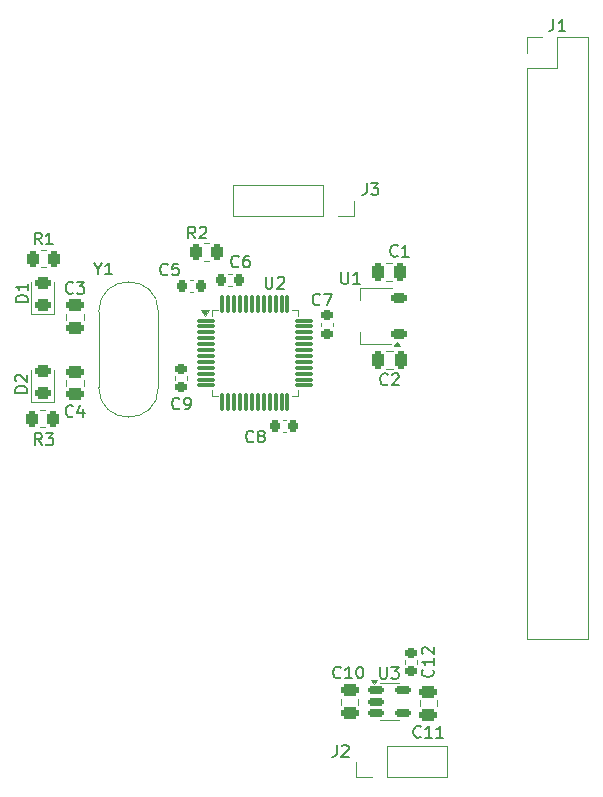
<source format=gto>
%TF.GenerationSoftware,KiCad,Pcbnew,8.0.5*%
%TF.CreationDate,2025-03-12T16:07:22-07:00*%
%TF.ProjectId,Mechatronics LED,4d656368-6174-4726-9f6e-696373204c45,rev?*%
%TF.SameCoordinates,Original*%
%TF.FileFunction,Legend,Top*%
%TF.FilePolarity,Positive*%
%FSLAX46Y46*%
G04 Gerber Fmt 4.6, Leading zero omitted, Abs format (unit mm)*
G04 Created by KiCad (PCBNEW 8.0.5) date 2025-03-12 16:07:22*
%MOMM*%
%LPD*%
G01*
G04 APERTURE LIST*
G04 Aperture macros list*
%AMRoundRect*
0 Rectangle with rounded corners*
0 $1 Rounding radius*
0 $2 $3 $4 $5 $6 $7 $8 $9 X,Y pos of 4 corners*
0 Add a 4 corners polygon primitive as box body*
4,1,4,$2,$3,$4,$5,$6,$7,$8,$9,$2,$3,0*
0 Add four circle primitives for the rounded corners*
1,1,$1+$1,$2,$3*
1,1,$1+$1,$4,$5*
1,1,$1+$1,$6,$7*
1,1,$1+$1,$8,$9*
0 Add four rect primitives between the rounded corners*
20,1,$1+$1,$2,$3,$4,$5,0*
20,1,$1+$1,$4,$5,$6,$7,0*
20,1,$1+$1,$6,$7,$8,$9,0*
20,1,$1+$1,$8,$9,$2,$3,0*%
%AMFreePoly0*
4,1,9,3.862500,-0.866500,0.737500,-0.866500,0.737500,-0.450000,-0.737500,-0.450000,-0.737500,0.450000,0.737500,0.450000,0.737500,0.866500,3.862500,0.866500,3.862500,-0.866500,3.862500,-0.866500,$1*%
G04 Aperture macros list end*
%ADD10C,0.150000*%
%ADD11C,0.120000*%
%ADD12C,9.000000*%
%ADD13RoundRect,0.250000X0.475000X-0.250000X0.475000X0.250000X-0.475000X0.250000X-0.475000X-0.250000X0*%
%ADD14RoundRect,0.250000X-0.475000X0.250000X-0.475000X-0.250000X0.475000X-0.250000X0.475000X0.250000X0*%
%ADD15RoundRect,0.225000X0.425000X0.225000X-0.425000X0.225000X-0.425000X-0.225000X0.425000X-0.225000X0*%
%ADD16FreePoly0,180.000000*%
%ADD17RoundRect,0.225000X-0.250000X0.225000X-0.250000X-0.225000X0.250000X-0.225000X0.250000X0.225000X0*%
%ADD18R,1.700000X1.700000*%
%ADD19O,1.700000X1.700000*%
%ADD20RoundRect,0.150000X-0.512500X-0.150000X0.512500X-0.150000X0.512500X0.150000X-0.512500X0.150000X0*%
%ADD21RoundRect,0.225000X0.225000X0.250000X-0.225000X0.250000X-0.225000X-0.250000X0.225000X-0.250000X0*%
%ADD22C,1.500000*%
%ADD23RoundRect,0.225000X-0.225000X-0.250000X0.225000X-0.250000X0.225000X0.250000X-0.225000X0.250000X0*%
%ADD24RoundRect,0.250000X-0.262500X-0.450000X0.262500X-0.450000X0.262500X0.450000X-0.262500X0.450000X0*%
%ADD25RoundRect,0.075000X-0.662500X-0.075000X0.662500X-0.075000X0.662500X0.075000X-0.662500X0.075000X0*%
%ADD26RoundRect,0.075000X-0.075000X-0.662500X0.075000X-0.662500X0.075000X0.662500X-0.075000X0.662500X0*%
%ADD27RoundRect,0.250000X0.262500X0.450000X-0.262500X0.450000X-0.262500X-0.450000X0.262500X-0.450000X0*%
%ADD28RoundRect,0.250000X0.250000X0.475000X-0.250000X0.475000X-0.250000X-0.475000X0.250000X-0.475000X0*%
%ADD29RoundRect,0.225000X0.250000X-0.225000X0.250000X0.225000X-0.250000X0.225000X-0.250000X-0.225000X0*%
%ADD30RoundRect,0.243750X0.456250X-0.243750X0.456250X0.243750X-0.456250X0.243750X-0.456250X-0.243750X0*%
G04 APERTURE END LIST*
D10*
X145208333Y-86384580D02*
X145160714Y-86432200D01*
X145160714Y-86432200D02*
X145017857Y-86479819D01*
X145017857Y-86479819D02*
X144922619Y-86479819D01*
X144922619Y-86479819D02*
X144779762Y-86432200D01*
X144779762Y-86432200D02*
X144684524Y-86336961D01*
X144684524Y-86336961D02*
X144636905Y-86241723D01*
X144636905Y-86241723D02*
X144589286Y-86051247D01*
X144589286Y-86051247D02*
X144589286Y-85908390D01*
X144589286Y-85908390D02*
X144636905Y-85717914D01*
X144636905Y-85717914D02*
X144684524Y-85622676D01*
X144684524Y-85622676D02*
X144779762Y-85527438D01*
X144779762Y-85527438D02*
X144922619Y-85479819D01*
X144922619Y-85479819D02*
X145017857Y-85479819D01*
X145017857Y-85479819D02*
X145160714Y-85527438D01*
X145160714Y-85527438D02*
X145208333Y-85575057D01*
X145541667Y-85479819D02*
X146160714Y-85479819D01*
X146160714Y-85479819D02*
X145827381Y-85860771D01*
X145827381Y-85860771D02*
X145970238Y-85860771D01*
X145970238Y-85860771D02*
X146065476Y-85908390D01*
X146065476Y-85908390D02*
X146113095Y-85956009D01*
X146113095Y-85956009D02*
X146160714Y-86051247D01*
X146160714Y-86051247D02*
X146160714Y-86289342D01*
X146160714Y-86289342D02*
X146113095Y-86384580D01*
X146113095Y-86384580D02*
X146065476Y-86432200D01*
X146065476Y-86432200D02*
X145970238Y-86479819D01*
X145970238Y-86479819D02*
X145684524Y-86479819D01*
X145684524Y-86479819D02*
X145589286Y-86432200D01*
X145589286Y-86432200D02*
X145541667Y-86384580D01*
X145208333Y-96844580D02*
X145160714Y-96892200D01*
X145160714Y-96892200D02*
X145017857Y-96939819D01*
X145017857Y-96939819D02*
X144922619Y-96939819D01*
X144922619Y-96939819D02*
X144779762Y-96892200D01*
X144779762Y-96892200D02*
X144684524Y-96796961D01*
X144684524Y-96796961D02*
X144636905Y-96701723D01*
X144636905Y-96701723D02*
X144589286Y-96511247D01*
X144589286Y-96511247D02*
X144589286Y-96368390D01*
X144589286Y-96368390D02*
X144636905Y-96177914D01*
X144636905Y-96177914D02*
X144684524Y-96082676D01*
X144684524Y-96082676D02*
X144779762Y-95987438D01*
X144779762Y-95987438D02*
X144922619Y-95939819D01*
X144922619Y-95939819D02*
X145017857Y-95939819D01*
X145017857Y-95939819D02*
X145160714Y-95987438D01*
X145160714Y-95987438D02*
X145208333Y-96035057D01*
X146065476Y-96273152D02*
X146065476Y-96939819D01*
X145827381Y-95892200D02*
X145589286Y-96606485D01*
X145589286Y-96606485D02*
X146208333Y-96606485D01*
X167938095Y-84654819D02*
X167938095Y-85464342D01*
X167938095Y-85464342D02*
X167985714Y-85559580D01*
X167985714Y-85559580D02*
X168033333Y-85607200D01*
X168033333Y-85607200D02*
X168128571Y-85654819D01*
X168128571Y-85654819D02*
X168319047Y-85654819D01*
X168319047Y-85654819D02*
X168414285Y-85607200D01*
X168414285Y-85607200D02*
X168461904Y-85559580D01*
X168461904Y-85559580D02*
X168509523Y-85464342D01*
X168509523Y-85464342D02*
X168509523Y-84654819D01*
X169509523Y-85654819D02*
X168938095Y-85654819D01*
X169223809Y-85654819D02*
X169223809Y-84654819D01*
X169223809Y-84654819D02*
X169128571Y-84797676D01*
X169128571Y-84797676D02*
X169033333Y-84892914D01*
X169033333Y-84892914D02*
X168938095Y-84940533D01*
X175664580Y-118317857D02*
X175712200Y-118365476D01*
X175712200Y-118365476D02*
X175759819Y-118508333D01*
X175759819Y-118508333D02*
X175759819Y-118603571D01*
X175759819Y-118603571D02*
X175712200Y-118746428D01*
X175712200Y-118746428D02*
X175616961Y-118841666D01*
X175616961Y-118841666D02*
X175521723Y-118889285D01*
X175521723Y-118889285D02*
X175331247Y-118936904D01*
X175331247Y-118936904D02*
X175188390Y-118936904D01*
X175188390Y-118936904D02*
X174997914Y-118889285D01*
X174997914Y-118889285D02*
X174902676Y-118841666D01*
X174902676Y-118841666D02*
X174807438Y-118746428D01*
X174807438Y-118746428D02*
X174759819Y-118603571D01*
X174759819Y-118603571D02*
X174759819Y-118508333D01*
X174759819Y-118508333D02*
X174807438Y-118365476D01*
X174807438Y-118365476D02*
X174855057Y-118317857D01*
X175759819Y-117365476D02*
X175759819Y-117936904D01*
X175759819Y-117651190D02*
X174759819Y-117651190D01*
X174759819Y-117651190D02*
X174902676Y-117746428D01*
X174902676Y-117746428D02*
X174997914Y-117841666D01*
X174997914Y-117841666D02*
X175045533Y-117936904D01*
X174855057Y-116984523D02*
X174807438Y-116936904D01*
X174807438Y-116936904D02*
X174759819Y-116841666D01*
X174759819Y-116841666D02*
X174759819Y-116603571D01*
X174759819Y-116603571D02*
X174807438Y-116508333D01*
X174807438Y-116508333D02*
X174855057Y-116460714D01*
X174855057Y-116460714D02*
X174950295Y-116413095D01*
X174950295Y-116413095D02*
X175045533Y-116413095D01*
X175045533Y-116413095D02*
X175188390Y-116460714D01*
X175188390Y-116460714D02*
X175759819Y-117032142D01*
X175759819Y-117032142D02*
X175759819Y-116413095D01*
X185896666Y-63244819D02*
X185896666Y-63959104D01*
X185896666Y-63959104D02*
X185849047Y-64101961D01*
X185849047Y-64101961D02*
X185753809Y-64197200D01*
X185753809Y-64197200D02*
X185610952Y-64244819D01*
X185610952Y-64244819D02*
X185515714Y-64244819D01*
X186896666Y-64244819D02*
X186325238Y-64244819D01*
X186610952Y-64244819D02*
X186610952Y-63244819D01*
X186610952Y-63244819D02*
X186515714Y-63387676D01*
X186515714Y-63387676D02*
X186420476Y-63482914D01*
X186420476Y-63482914D02*
X186325238Y-63530533D01*
X171225595Y-118079819D02*
X171225595Y-118889342D01*
X171225595Y-118889342D02*
X171273214Y-118984580D01*
X171273214Y-118984580D02*
X171320833Y-119032200D01*
X171320833Y-119032200D02*
X171416071Y-119079819D01*
X171416071Y-119079819D02*
X171606547Y-119079819D01*
X171606547Y-119079819D02*
X171701785Y-119032200D01*
X171701785Y-119032200D02*
X171749404Y-118984580D01*
X171749404Y-118984580D02*
X171797023Y-118889342D01*
X171797023Y-118889342D02*
X171797023Y-118079819D01*
X172177976Y-118079819D02*
X172797023Y-118079819D01*
X172797023Y-118079819D02*
X172463690Y-118460771D01*
X172463690Y-118460771D02*
X172606547Y-118460771D01*
X172606547Y-118460771D02*
X172701785Y-118508390D01*
X172701785Y-118508390D02*
X172749404Y-118556009D01*
X172749404Y-118556009D02*
X172797023Y-118651247D01*
X172797023Y-118651247D02*
X172797023Y-118889342D01*
X172797023Y-118889342D02*
X172749404Y-118984580D01*
X172749404Y-118984580D02*
X172701785Y-119032200D01*
X172701785Y-119032200D02*
X172606547Y-119079819D01*
X172606547Y-119079819D02*
X172320833Y-119079819D01*
X172320833Y-119079819D02*
X172225595Y-119032200D01*
X172225595Y-119032200D02*
X172177976Y-118984580D01*
X160483333Y-98984580D02*
X160435714Y-99032200D01*
X160435714Y-99032200D02*
X160292857Y-99079819D01*
X160292857Y-99079819D02*
X160197619Y-99079819D01*
X160197619Y-99079819D02*
X160054762Y-99032200D01*
X160054762Y-99032200D02*
X159959524Y-98936961D01*
X159959524Y-98936961D02*
X159911905Y-98841723D01*
X159911905Y-98841723D02*
X159864286Y-98651247D01*
X159864286Y-98651247D02*
X159864286Y-98508390D01*
X159864286Y-98508390D02*
X159911905Y-98317914D01*
X159911905Y-98317914D02*
X159959524Y-98222676D01*
X159959524Y-98222676D02*
X160054762Y-98127438D01*
X160054762Y-98127438D02*
X160197619Y-98079819D01*
X160197619Y-98079819D02*
X160292857Y-98079819D01*
X160292857Y-98079819D02*
X160435714Y-98127438D01*
X160435714Y-98127438D02*
X160483333Y-98175057D01*
X161054762Y-98508390D02*
X160959524Y-98460771D01*
X160959524Y-98460771D02*
X160911905Y-98413152D01*
X160911905Y-98413152D02*
X160864286Y-98317914D01*
X160864286Y-98317914D02*
X160864286Y-98270295D01*
X160864286Y-98270295D02*
X160911905Y-98175057D01*
X160911905Y-98175057D02*
X160959524Y-98127438D01*
X160959524Y-98127438D02*
X161054762Y-98079819D01*
X161054762Y-98079819D02*
X161245238Y-98079819D01*
X161245238Y-98079819D02*
X161340476Y-98127438D01*
X161340476Y-98127438D02*
X161388095Y-98175057D01*
X161388095Y-98175057D02*
X161435714Y-98270295D01*
X161435714Y-98270295D02*
X161435714Y-98317914D01*
X161435714Y-98317914D02*
X161388095Y-98413152D01*
X161388095Y-98413152D02*
X161340476Y-98460771D01*
X161340476Y-98460771D02*
X161245238Y-98508390D01*
X161245238Y-98508390D02*
X161054762Y-98508390D01*
X161054762Y-98508390D02*
X160959524Y-98556009D01*
X160959524Y-98556009D02*
X160911905Y-98603628D01*
X160911905Y-98603628D02*
X160864286Y-98698866D01*
X160864286Y-98698866D02*
X160864286Y-98889342D01*
X160864286Y-98889342D02*
X160911905Y-98984580D01*
X160911905Y-98984580D02*
X160959524Y-99032200D01*
X160959524Y-99032200D02*
X161054762Y-99079819D01*
X161054762Y-99079819D02*
X161245238Y-99079819D01*
X161245238Y-99079819D02*
X161340476Y-99032200D01*
X161340476Y-99032200D02*
X161388095Y-98984580D01*
X161388095Y-98984580D02*
X161435714Y-98889342D01*
X161435714Y-98889342D02*
X161435714Y-98698866D01*
X161435714Y-98698866D02*
X161388095Y-98603628D01*
X161388095Y-98603628D02*
X161340476Y-98556009D01*
X161340476Y-98556009D02*
X161245238Y-98508390D01*
X170076666Y-77124819D02*
X170076666Y-77839104D01*
X170076666Y-77839104D02*
X170029047Y-77981961D01*
X170029047Y-77981961D02*
X169933809Y-78077200D01*
X169933809Y-78077200D02*
X169790952Y-78124819D01*
X169790952Y-78124819D02*
X169695714Y-78124819D01*
X170457619Y-77124819D02*
X171076666Y-77124819D01*
X171076666Y-77124819D02*
X170743333Y-77505771D01*
X170743333Y-77505771D02*
X170886190Y-77505771D01*
X170886190Y-77505771D02*
X170981428Y-77553390D01*
X170981428Y-77553390D02*
X171029047Y-77601009D01*
X171029047Y-77601009D02*
X171076666Y-77696247D01*
X171076666Y-77696247D02*
X171076666Y-77934342D01*
X171076666Y-77934342D02*
X171029047Y-78029580D01*
X171029047Y-78029580D02*
X170981428Y-78077200D01*
X170981428Y-78077200D02*
X170886190Y-78124819D01*
X170886190Y-78124819D02*
X170600476Y-78124819D01*
X170600476Y-78124819D02*
X170505238Y-78077200D01*
X170505238Y-78077200D02*
X170457619Y-78029580D01*
X166133333Y-87384580D02*
X166085714Y-87432200D01*
X166085714Y-87432200D02*
X165942857Y-87479819D01*
X165942857Y-87479819D02*
X165847619Y-87479819D01*
X165847619Y-87479819D02*
X165704762Y-87432200D01*
X165704762Y-87432200D02*
X165609524Y-87336961D01*
X165609524Y-87336961D02*
X165561905Y-87241723D01*
X165561905Y-87241723D02*
X165514286Y-87051247D01*
X165514286Y-87051247D02*
X165514286Y-86908390D01*
X165514286Y-86908390D02*
X165561905Y-86717914D01*
X165561905Y-86717914D02*
X165609524Y-86622676D01*
X165609524Y-86622676D02*
X165704762Y-86527438D01*
X165704762Y-86527438D02*
X165847619Y-86479819D01*
X165847619Y-86479819D02*
X165942857Y-86479819D01*
X165942857Y-86479819D02*
X166085714Y-86527438D01*
X166085714Y-86527438D02*
X166133333Y-86575057D01*
X166466667Y-86479819D02*
X167133333Y-86479819D01*
X167133333Y-86479819D02*
X166704762Y-87479819D01*
X147348809Y-84378628D02*
X147348809Y-84854819D01*
X147015476Y-83854819D02*
X147348809Y-84378628D01*
X147348809Y-84378628D02*
X147682142Y-83854819D01*
X148539285Y-84854819D02*
X147967857Y-84854819D01*
X148253571Y-84854819D02*
X148253571Y-83854819D01*
X148253571Y-83854819D02*
X148158333Y-83997676D01*
X148158333Y-83997676D02*
X148063095Y-84092914D01*
X148063095Y-84092914D02*
X147967857Y-84140533D01*
X174657142Y-123984580D02*
X174609523Y-124032200D01*
X174609523Y-124032200D02*
X174466666Y-124079819D01*
X174466666Y-124079819D02*
X174371428Y-124079819D01*
X174371428Y-124079819D02*
X174228571Y-124032200D01*
X174228571Y-124032200D02*
X174133333Y-123936961D01*
X174133333Y-123936961D02*
X174085714Y-123841723D01*
X174085714Y-123841723D02*
X174038095Y-123651247D01*
X174038095Y-123651247D02*
X174038095Y-123508390D01*
X174038095Y-123508390D02*
X174085714Y-123317914D01*
X174085714Y-123317914D02*
X174133333Y-123222676D01*
X174133333Y-123222676D02*
X174228571Y-123127438D01*
X174228571Y-123127438D02*
X174371428Y-123079819D01*
X174371428Y-123079819D02*
X174466666Y-123079819D01*
X174466666Y-123079819D02*
X174609523Y-123127438D01*
X174609523Y-123127438D02*
X174657142Y-123175057D01*
X175609523Y-124079819D02*
X175038095Y-124079819D01*
X175323809Y-124079819D02*
X175323809Y-123079819D01*
X175323809Y-123079819D02*
X175228571Y-123222676D01*
X175228571Y-123222676D02*
X175133333Y-123317914D01*
X175133333Y-123317914D02*
X175038095Y-123365533D01*
X176561904Y-124079819D02*
X175990476Y-124079819D01*
X176276190Y-124079819D02*
X176276190Y-123079819D01*
X176276190Y-123079819D02*
X176180952Y-123222676D01*
X176180952Y-123222676D02*
X176085714Y-123317914D01*
X176085714Y-123317914D02*
X175990476Y-123365533D01*
X167882142Y-118959580D02*
X167834523Y-119007200D01*
X167834523Y-119007200D02*
X167691666Y-119054819D01*
X167691666Y-119054819D02*
X167596428Y-119054819D01*
X167596428Y-119054819D02*
X167453571Y-119007200D01*
X167453571Y-119007200D02*
X167358333Y-118911961D01*
X167358333Y-118911961D02*
X167310714Y-118816723D01*
X167310714Y-118816723D02*
X167263095Y-118626247D01*
X167263095Y-118626247D02*
X167263095Y-118483390D01*
X167263095Y-118483390D02*
X167310714Y-118292914D01*
X167310714Y-118292914D02*
X167358333Y-118197676D01*
X167358333Y-118197676D02*
X167453571Y-118102438D01*
X167453571Y-118102438D02*
X167596428Y-118054819D01*
X167596428Y-118054819D02*
X167691666Y-118054819D01*
X167691666Y-118054819D02*
X167834523Y-118102438D01*
X167834523Y-118102438D02*
X167882142Y-118150057D01*
X168834523Y-119054819D02*
X168263095Y-119054819D01*
X168548809Y-119054819D02*
X168548809Y-118054819D01*
X168548809Y-118054819D02*
X168453571Y-118197676D01*
X168453571Y-118197676D02*
X168358333Y-118292914D01*
X168358333Y-118292914D02*
X168263095Y-118340533D01*
X169453571Y-118054819D02*
X169548809Y-118054819D01*
X169548809Y-118054819D02*
X169644047Y-118102438D01*
X169644047Y-118102438D02*
X169691666Y-118150057D01*
X169691666Y-118150057D02*
X169739285Y-118245295D01*
X169739285Y-118245295D02*
X169786904Y-118435771D01*
X169786904Y-118435771D02*
X169786904Y-118673866D01*
X169786904Y-118673866D02*
X169739285Y-118864342D01*
X169739285Y-118864342D02*
X169691666Y-118959580D01*
X169691666Y-118959580D02*
X169644047Y-119007200D01*
X169644047Y-119007200D02*
X169548809Y-119054819D01*
X169548809Y-119054819D02*
X169453571Y-119054819D01*
X169453571Y-119054819D02*
X169358333Y-119007200D01*
X169358333Y-119007200D02*
X169310714Y-118959580D01*
X169310714Y-118959580D02*
X169263095Y-118864342D01*
X169263095Y-118864342D02*
X169215476Y-118673866D01*
X169215476Y-118673866D02*
X169215476Y-118435771D01*
X169215476Y-118435771D02*
X169263095Y-118245295D01*
X169263095Y-118245295D02*
X169310714Y-118150057D01*
X169310714Y-118150057D02*
X169358333Y-118102438D01*
X169358333Y-118102438D02*
X169453571Y-118054819D01*
X159233333Y-84159580D02*
X159185714Y-84207200D01*
X159185714Y-84207200D02*
X159042857Y-84254819D01*
X159042857Y-84254819D02*
X158947619Y-84254819D01*
X158947619Y-84254819D02*
X158804762Y-84207200D01*
X158804762Y-84207200D02*
X158709524Y-84111961D01*
X158709524Y-84111961D02*
X158661905Y-84016723D01*
X158661905Y-84016723D02*
X158614286Y-83826247D01*
X158614286Y-83826247D02*
X158614286Y-83683390D01*
X158614286Y-83683390D02*
X158661905Y-83492914D01*
X158661905Y-83492914D02*
X158709524Y-83397676D01*
X158709524Y-83397676D02*
X158804762Y-83302438D01*
X158804762Y-83302438D02*
X158947619Y-83254819D01*
X158947619Y-83254819D02*
X159042857Y-83254819D01*
X159042857Y-83254819D02*
X159185714Y-83302438D01*
X159185714Y-83302438D02*
X159233333Y-83350057D01*
X160090476Y-83254819D02*
X159900000Y-83254819D01*
X159900000Y-83254819D02*
X159804762Y-83302438D01*
X159804762Y-83302438D02*
X159757143Y-83350057D01*
X159757143Y-83350057D02*
X159661905Y-83492914D01*
X159661905Y-83492914D02*
X159614286Y-83683390D01*
X159614286Y-83683390D02*
X159614286Y-84064342D01*
X159614286Y-84064342D02*
X159661905Y-84159580D01*
X159661905Y-84159580D02*
X159709524Y-84207200D01*
X159709524Y-84207200D02*
X159804762Y-84254819D01*
X159804762Y-84254819D02*
X159995238Y-84254819D01*
X159995238Y-84254819D02*
X160090476Y-84207200D01*
X160090476Y-84207200D02*
X160138095Y-84159580D01*
X160138095Y-84159580D02*
X160185714Y-84064342D01*
X160185714Y-84064342D02*
X160185714Y-83826247D01*
X160185714Y-83826247D02*
X160138095Y-83731009D01*
X160138095Y-83731009D02*
X160090476Y-83683390D01*
X160090476Y-83683390D02*
X159995238Y-83635771D01*
X159995238Y-83635771D02*
X159804762Y-83635771D01*
X159804762Y-83635771D02*
X159709524Y-83683390D01*
X159709524Y-83683390D02*
X159661905Y-83731009D01*
X159661905Y-83731009D02*
X159614286Y-83826247D01*
X142558333Y-82304819D02*
X142225000Y-81828628D01*
X141986905Y-82304819D02*
X141986905Y-81304819D01*
X141986905Y-81304819D02*
X142367857Y-81304819D01*
X142367857Y-81304819D02*
X142463095Y-81352438D01*
X142463095Y-81352438D02*
X142510714Y-81400057D01*
X142510714Y-81400057D02*
X142558333Y-81495295D01*
X142558333Y-81495295D02*
X142558333Y-81638152D01*
X142558333Y-81638152D02*
X142510714Y-81733390D01*
X142510714Y-81733390D02*
X142463095Y-81781009D01*
X142463095Y-81781009D02*
X142367857Y-81828628D01*
X142367857Y-81828628D02*
X141986905Y-81828628D01*
X143510714Y-82304819D02*
X142939286Y-82304819D01*
X143225000Y-82304819D02*
X143225000Y-81304819D01*
X143225000Y-81304819D02*
X143129762Y-81447676D01*
X143129762Y-81447676D02*
X143034524Y-81542914D01*
X143034524Y-81542914D02*
X142939286Y-81590533D01*
X153233333Y-84834580D02*
X153185714Y-84882200D01*
X153185714Y-84882200D02*
X153042857Y-84929819D01*
X153042857Y-84929819D02*
X152947619Y-84929819D01*
X152947619Y-84929819D02*
X152804762Y-84882200D01*
X152804762Y-84882200D02*
X152709524Y-84786961D01*
X152709524Y-84786961D02*
X152661905Y-84691723D01*
X152661905Y-84691723D02*
X152614286Y-84501247D01*
X152614286Y-84501247D02*
X152614286Y-84358390D01*
X152614286Y-84358390D02*
X152661905Y-84167914D01*
X152661905Y-84167914D02*
X152709524Y-84072676D01*
X152709524Y-84072676D02*
X152804762Y-83977438D01*
X152804762Y-83977438D02*
X152947619Y-83929819D01*
X152947619Y-83929819D02*
X153042857Y-83929819D01*
X153042857Y-83929819D02*
X153185714Y-83977438D01*
X153185714Y-83977438D02*
X153233333Y-84025057D01*
X154138095Y-83929819D02*
X153661905Y-83929819D01*
X153661905Y-83929819D02*
X153614286Y-84406009D01*
X153614286Y-84406009D02*
X153661905Y-84358390D01*
X153661905Y-84358390D02*
X153757143Y-84310771D01*
X153757143Y-84310771D02*
X153995238Y-84310771D01*
X153995238Y-84310771D02*
X154090476Y-84358390D01*
X154090476Y-84358390D02*
X154138095Y-84406009D01*
X154138095Y-84406009D02*
X154185714Y-84501247D01*
X154185714Y-84501247D02*
X154185714Y-84739342D01*
X154185714Y-84739342D02*
X154138095Y-84834580D01*
X154138095Y-84834580D02*
X154090476Y-84882200D01*
X154090476Y-84882200D02*
X153995238Y-84929819D01*
X153995238Y-84929819D02*
X153757143Y-84929819D01*
X153757143Y-84929819D02*
X153661905Y-84882200D01*
X153661905Y-84882200D02*
X153614286Y-84834580D01*
X167546666Y-124714819D02*
X167546666Y-125429104D01*
X167546666Y-125429104D02*
X167499047Y-125571961D01*
X167499047Y-125571961D02*
X167403809Y-125667200D01*
X167403809Y-125667200D02*
X167260952Y-125714819D01*
X167260952Y-125714819D02*
X167165714Y-125714819D01*
X167975238Y-124810057D02*
X168022857Y-124762438D01*
X168022857Y-124762438D02*
X168118095Y-124714819D01*
X168118095Y-124714819D02*
X168356190Y-124714819D01*
X168356190Y-124714819D02*
X168451428Y-124762438D01*
X168451428Y-124762438D02*
X168499047Y-124810057D01*
X168499047Y-124810057D02*
X168546666Y-124905295D01*
X168546666Y-124905295D02*
X168546666Y-125000533D01*
X168546666Y-125000533D02*
X168499047Y-125143390D01*
X168499047Y-125143390D02*
X167927619Y-125714819D01*
X167927619Y-125714819D02*
X168546666Y-125714819D01*
X161538095Y-85054819D02*
X161538095Y-85864342D01*
X161538095Y-85864342D02*
X161585714Y-85959580D01*
X161585714Y-85959580D02*
X161633333Y-86007200D01*
X161633333Y-86007200D02*
X161728571Y-86054819D01*
X161728571Y-86054819D02*
X161919047Y-86054819D01*
X161919047Y-86054819D02*
X162014285Y-86007200D01*
X162014285Y-86007200D02*
X162061904Y-85959580D01*
X162061904Y-85959580D02*
X162109523Y-85864342D01*
X162109523Y-85864342D02*
X162109523Y-85054819D01*
X162538095Y-85150057D02*
X162585714Y-85102438D01*
X162585714Y-85102438D02*
X162680952Y-85054819D01*
X162680952Y-85054819D02*
X162919047Y-85054819D01*
X162919047Y-85054819D02*
X163014285Y-85102438D01*
X163014285Y-85102438D02*
X163061904Y-85150057D01*
X163061904Y-85150057D02*
X163109523Y-85245295D01*
X163109523Y-85245295D02*
X163109523Y-85340533D01*
X163109523Y-85340533D02*
X163061904Y-85483390D01*
X163061904Y-85483390D02*
X162490476Y-86054819D01*
X162490476Y-86054819D02*
X163109523Y-86054819D01*
X155558333Y-81804819D02*
X155225000Y-81328628D01*
X154986905Y-81804819D02*
X154986905Y-80804819D01*
X154986905Y-80804819D02*
X155367857Y-80804819D01*
X155367857Y-80804819D02*
X155463095Y-80852438D01*
X155463095Y-80852438D02*
X155510714Y-80900057D01*
X155510714Y-80900057D02*
X155558333Y-80995295D01*
X155558333Y-80995295D02*
X155558333Y-81138152D01*
X155558333Y-81138152D02*
X155510714Y-81233390D01*
X155510714Y-81233390D02*
X155463095Y-81281009D01*
X155463095Y-81281009D02*
X155367857Y-81328628D01*
X155367857Y-81328628D02*
X154986905Y-81328628D01*
X155939286Y-80900057D02*
X155986905Y-80852438D01*
X155986905Y-80852438D02*
X156082143Y-80804819D01*
X156082143Y-80804819D02*
X156320238Y-80804819D01*
X156320238Y-80804819D02*
X156415476Y-80852438D01*
X156415476Y-80852438D02*
X156463095Y-80900057D01*
X156463095Y-80900057D02*
X156510714Y-80995295D01*
X156510714Y-80995295D02*
X156510714Y-81090533D01*
X156510714Y-81090533D02*
X156463095Y-81233390D01*
X156463095Y-81233390D02*
X155891667Y-81804819D01*
X155891667Y-81804819D02*
X156510714Y-81804819D01*
X171853333Y-94139580D02*
X171805714Y-94187200D01*
X171805714Y-94187200D02*
X171662857Y-94234819D01*
X171662857Y-94234819D02*
X171567619Y-94234819D01*
X171567619Y-94234819D02*
X171424762Y-94187200D01*
X171424762Y-94187200D02*
X171329524Y-94091961D01*
X171329524Y-94091961D02*
X171281905Y-93996723D01*
X171281905Y-93996723D02*
X171234286Y-93806247D01*
X171234286Y-93806247D02*
X171234286Y-93663390D01*
X171234286Y-93663390D02*
X171281905Y-93472914D01*
X171281905Y-93472914D02*
X171329524Y-93377676D01*
X171329524Y-93377676D02*
X171424762Y-93282438D01*
X171424762Y-93282438D02*
X171567619Y-93234819D01*
X171567619Y-93234819D02*
X171662857Y-93234819D01*
X171662857Y-93234819D02*
X171805714Y-93282438D01*
X171805714Y-93282438D02*
X171853333Y-93330057D01*
X172234286Y-93330057D02*
X172281905Y-93282438D01*
X172281905Y-93282438D02*
X172377143Y-93234819D01*
X172377143Y-93234819D02*
X172615238Y-93234819D01*
X172615238Y-93234819D02*
X172710476Y-93282438D01*
X172710476Y-93282438D02*
X172758095Y-93330057D01*
X172758095Y-93330057D02*
X172805714Y-93425295D01*
X172805714Y-93425295D02*
X172805714Y-93520533D01*
X172805714Y-93520533D02*
X172758095Y-93663390D01*
X172758095Y-93663390D02*
X172186667Y-94234819D01*
X172186667Y-94234819D02*
X172805714Y-94234819D01*
X154233333Y-96184580D02*
X154185714Y-96232200D01*
X154185714Y-96232200D02*
X154042857Y-96279819D01*
X154042857Y-96279819D02*
X153947619Y-96279819D01*
X153947619Y-96279819D02*
X153804762Y-96232200D01*
X153804762Y-96232200D02*
X153709524Y-96136961D01*
X153709524Y-96136961D02*
X153661905Y-96041723D01*
X153661905Y-96041723D02*
X153614286Y-95851247D01*
X153614286Y-95851247D02*
X153614286Y-95708390D01*
X153614286Y-95708390D02*
X153661905Y-95517914D01*
X153661905Y-95517914D02*
X153709524Y-95422676D01*
X153709524Y-95422676D02*
X153804762Y-95327438D01*
X153804762Y-95327438D02*
X153947619Y-95279819D01*
X153947619Y-95279819D02*
X154042857Y-95279819D01*
X154042857Y-95279819D02*
X154185714Y-95327438D01*
X154185714Y-95327438D02*
X154233333Y-95375057D01*
X154709524Y-96279819D02*
X154900000Y-96279819D01*
X154900000Y-96279819D02*
X154995238Y-96232200D01*
X154995238Y-96232200D02*
X155042857Y-96184580D01*
X155042857Y-96184580D02*
X155138095Y-96041723D01*
X155138095Y-96041723D02*
X155185714Y-95851247D01*
X155185714Y-95851247D02*
X155185714Y-95470295D01*
X155185714Y-95470295D02*
X155138095Y-95375057D01*
X155138095Y-95375057D02*
X155090476Y-95327438D01*
X155090476Y-95327438D02*
X154995238Y-95279819D01*
X154995238Y-95279819D02*
X154804762Y-95279819D01*
X154804762Y-95279819D02*
X154709524Y-95327438D01*
X154709524Y-95327438D02*
X154661905Y-95375057D01*
X154661905Y-95375057D02*
X154614286Y-95470295D01*
X154614286Y-95470295D02*
X154614286Y-95708390D01*
X154614286Y-95708390D02*
X154661905Y-95803628D01*
X154661905Y-95803628D02*
X154709524Y-95851247D01*
X154709524Y-95851247D02*
X154804762Y-95898866D01*
X154804762Y-95898866D02*
X154995238Y-95898866D01*
X154995238Y-95898866D02*
X155090476Y-95851247D01*
X155090476Y-95851247D02*
X155138095Y-95803628D01*
X155138095Y-95803628D02*
X155185714Y-95708390D01*
X142583333Y-99304819D02*
X142250000Y-98828628D01*
X142011905Y-99304819D02*
X142011905Y-98304819D01*
X142011905Y-98304819D02*
X142392857Y-98304819D01*
X142392857Y-98304819D02*
X142488095Y-98352438D01*
X142488095Y-98352438D02*
X142535714Y-98400057D01*
X142535714Y-98400057D02*
X142583333Y-98495295D01*
X142583333Y-98495295D02*
X142583333Y-98638152D01*
X142583333Y-98638152D02*
X142535714Y-98733390D01*
X142535714Y-98733390D02*
X142488095Y-98781009D01*
X142488095Y-98781009D02*
X142392857Y-98828628D01*
X142392857Y-98828628D02*
X142011905Y-98828628D01*
X142916667Y-98304819D02*
X143535714Y-98304819D01*
X143535714Y-98304819D02*
X143202381Y-98685771D01*
X143202381Y-98685771D02*
X143345238Y-98685771D01*
X143345238Y-98685771D02*
X143440476Y-98733390D01*
X143440476Y-98733390D02*
X143488095Y-98781009D01*
X143488095Y-98781009D02*
X143535714Y-98876247D01*
X143535714Y-98876247D02*
X143535714Y-99114342D01*
X143535714Y-99114342D02*
X143488095Y-99209580D01*
X143488095Y-99209580D02*
X143440476Y-99257200D01*
X143440476Y-99257200D02*
X143345238Y-99304819D01*
X143345238Y-99304819D02*
X143059524Y-99304819D01*
X143059524Y-99304819D02*
X142964286Y-99257200D01*
X142964286Y-99257200D02*
X142916667Y-99209580D01*
X141379819Y-87163094D02*
X140379819Y-87163094D01*
X140379819Y-87163094D02*
X140379819Y-86924999D01*
X140379819Y-86924999D02*
X140427438Y-86782142D01*
X140427438Y-86782142D02*
X140522676Y-86686904D01*
X140522676Y-86686904D02*
X140617914Y-86639285D01*
X140617914Y-86639285D02*
X140808390Y-86591666D01*
X140808390Y-86591666D02*
X140951247Y-86591666D01*
X140951247Y-86591666D02*
X141141723Y-86639285D01*
X141141723Y-86639285D02*
X141236961Y-86686904D01*
X141236961Y-86686904D02*
X141332200Y-86782142D01*
X141332200Y-86782142D02*
X141379819Y-86924999D01*
X141379819Y-86924999D02*
X141379819Y-87163094D01*
X141379819Y-85639285D02*
X141379819Y-86210713D01*
X141379819Y-85924999D02*
X140379819Y-85924999D01*
X140379819Y-85924999D02*
X140522676Y-86020237D01*
X140522676Y-86020237D02*
X140617914Y-86115475D01*
X140617914Y-86115475D02*
X140665533Y-86210713D01*
X141329819Y-94863094D02*
X140329819Y-94863094D01*
X140329819Y-94863094D02*
X140329819Y-94624999D01*
X140329819Y-94624999D02*
X140377438Y-94482142D01*
X140377438Y-94482142D02*
X140472676Y-94386904D01*
X140472676Y-94386904D02*
X140567914Y-94339285D01*
X140567914Y-94339285D02*
X140758390Y-94291666D01*
X140758390Y-94291666D02*
X140901247Y-94291666D01*
X140901247Y-94291666D02*
X141091723Y-94339285D01*
X141091723Y-94339285D02*
X141186961Y-94386904D01*
X141186961Y-94386904D02*
X141282200Y-94482142D01*
X141282200Y-94482142D02*
X141329819Y-94624999D01*
X141329819Y-94624999D02*
X141329819Y-94863094D01*
X140425057Y-93910713D02*
X140377438Y-93863094D01*
X140377438Y-93863094D02*
X140329819Y-93767856D01*
X140329819Y-93767856D02*
X140329819Y-93529761D01*
X140329819Y-93529761D02*
X140377438Y-93434523D01*
X140377438Y-93434523D02*
X140425057Y-93386904D01*
X140425057Y-93386904D02*
X140520295Y-93339285D01*
X140520295Y-93339285D02*
X140615533Y-93339285D01*
X140615533Y-93339285D02*
X140758390Y-93386904D01*
X140758390Y-93386904D02*
X141329819Y-93958332D01*
X141329819Y-93958332D02*
X141329819Y-93339285D01*
X172703333Y-83259580D02*
X172655714Y-83307200D01*
X172655714Y-83307200D02*
X172512857Y-83354819D01*
X172512857Y-83354819D02*
X172417619Y-83354819D01*
X172417619Y-83354819D02*
X172274762Y-83307200D01*
X172274762Y-83307200D02*
X172179524Y-83211961D01*
X172179524Y-83211961D02*
X172131905Y-83116723D01*
X172131905Y-83116723D02*
X172084286Y-82926247D01*
X172084286Y-82926247D02*
X172084286Y-82783390D01*
X172084286Y-82783390D02*
X172131905Y-82592914D01*
X172131905Y-82592914D02*
X172179524Y-82497676D01*
X172179524Y-82497676D02*
X172274762Y-82402438D01*
X172274762Y-82402438D02*
X172417619Y-82354819D01*
X172417619Y-82354819D02*
X172512857Y-82354819D01*
X172512857Y-82354819D02*
X172655714Y-82402438D01*
X172655714Y-82402438D02*
X172703333Y-82450057D01*
X173655714Y-83354819D02*
X173084286Y-83354819D01*
X173370000Y-83354819D02*
X173370000Y-82354819D01*
X173370000Y-82354819D02*
X173274762Y-82497676D01*
X173274762Y-82497676D02*
X173179524Y-82592914D01*
X173179524Y-82592914D02*
X173084286Y-82640533D01*
D11*
%TO.C,C3*%
X144640000Y-88686252D02*
X144640000Y-88163748D01*
X146110000Y-88686252D02*
X146110000Y-88163748D01*
%TO.C,C4*%
X144640000Y-93763748D02*
X144640000Y-94286252D01*
X146110000Y-93763748D02*
X146110000Y-94286252D01*
%TO.C,U1*%
X169530000Y-86020000D02*
X172250000Y-86020000D01*
X169530000Y-87000000D02*
X169530000Y-86020000D01*
X169530000Y-89760000D02*
X169530000Y-90740000D01*
X172110000Y-90740000D02*
X169530000Y-90740000D01*
X172900000Y-90920000D02*
X172420000Y-90920000D01*
X172660000Y-90590000D01*
X172900000Y-90920000D01*
G36*
X172900000Y-90920000D02*
G01*
X172420000Y-90920000D01*
X172660000Y-90590000D01*
X172900000Y-90920000D01*
G37*
%TO.C,C12*%
X173365000Y-117534420D02*
X173365000Y-117815580D01*
X174385000Y-117534420D02*
X174385000Y-117815580D01*
%TO.C,J1*%
X183630000Y-64790000D02*
X184960000Y-64790000D01*
X183630000Y-66120000D02*
X183630000Y-64790000D01*
X183630000Y-67390000D02*
X183630000Y-115710000D01*
X183630000Y-67390000D02*
X186230000Y-67390000D01*
X183630000Y-115710000D02*
X188830000Y-115710000D01*
X186230000Y-64790000D02*
X188830000Y-64790000D01*
X186230000Y-67390000D02*
X186230000Y-64790000D01*
X188830000Y-64790000D02*
X188830000Y-115710000D01*
%TO.C,U3*%
X171987500Y-119465000D02*
X171187500Y-119465000D01*
X171987500Y-119465000D02*
X172787500Y-119465000D01*
X171987500Y-122585000D02*
X171187500Y-122585000D01*
X171987500Y-122585000D02*
X172787500Y-122585000D01*
X170687500Y-119515000D02*
X170447500Y-119185000D01*
X170927500Y-119185000D01*
X170687500Y-119515000D01*
G36*
X170687500Y-119515000D02*
G01*
X170447500Y-119185000D01*
X170927500Y-119185000D01*
X170687500Y-119515000D01*
G37*
%TO.C,C8*%
X163240580Y-97190000D02*
X162959420Y-97190000D01*
X163240580Y-98210000D02*
X162959420Y-98210000D01*
%TO.C,J3*%
X158730000Y-77270000D02*
X158730000Y-79930000D01*
X166410000Y-77270000D02*
X158730000Y-77270000D01*
X166410000Y-77270000D02*
X166410000Y-79930000D01*
X166410000Y-79930000D02*
X158730000Y-79930000D01*
X169010000Y-78600000D02*
X169010000Y-79930000D01*
X169010000Y-79930000D02*
X167680000Y-79930000D01*
%TO.C,C7*%
X166190000Y-88959420D02*
X166190000Y-89240580D01*
X167210000Y-88959420D02*
X167210000Y-89240580D01*
%TO.C,Y1*%
X147400000Y-94410000D02*
X147400000Y-88010000D01*
X152450000Y-94410000D02*
X152450000Y-88010000D01*
X147400000Y-88010000D02*
G75*
G02*
X152450000Y-88010000I2525000J0D01*
G01*
X152450000Y-94410000D02*
G75*
G02*
X147400000Y-94410000I-2525000J0D01*
G01*
%TO.C,C11*%
X174565000Y-121436252D02*
X174565000Y-120913748D01*
X176035000Y-121436252D02*
X176035000Y-120913748D01*
%TO.C,C10*%
X167915000Y-120763748D02*
X167915000Y-121286252D01*
X169385000Y-120763748D02*
X169385000Y-121286252D01*
%TO.C,C6*%
X158359420Y-84815000D02*
X158640580Y-84815000D01*
X158359420Y-85835000D02*
X158640580Y-85835000D01*
%TO.C,R1*%
X142510436Y-82790000D02*
X142964564Y-82790000D01*
X142510436Y-84260000D02*
X142964564Y-84260000D01*
%TO.C,C5*%
X155109420Y-85290000D02*
X155390580Y-85290000D01*
X155109420Y-86310000D02*
X155390580Y-86310000D01*
%TO.C,J2*%
X169170000Y-127430000D02*
X169170000Y-126100000D01*
X170500000Y-127430000D02*
X169170000Y-127430000D01*
X171770000Y-124770000D02*
X176910000Y-124770000D01*
X171770000Y-127430000D02*
X171770000Y-124770000D01*
X171770000Y-127430000D02*
X176910000Y-127430000D01*
X176910000Y-127430000D02*
X176910000Y-124770000D01*
%TO.C,U2*%
X157015000Y-87897500D02*
X157015000Y-88347500D01*
X157015000Y-95117500D02*
X157015000Y-94667500D01*
X157465000Y-87897500D02*
X157015000Y-87897500D01*
X157465000Y-95117500D02*
X157015000Y-95117500D01*
X163785000Y-87897500D02*
X164235000Y-87897500D01*
X163785000Y-95117500D02*
X164235000Y-95117500D01*
X164235000Y-87897500D02*
X164235000Y-88347500D01*
X164235000Y-95117500D02*
X164235000Y-94667500D01*
X156425000Y-88347500D02*
X156085000Y-87877500D01*
X156765000Y-87877500D01*
X156425000Y-88347500D01*
G36*
X156425000Y-88347500D02*
G01*
X156085000Y-87877500D01*
X156765000Y-87877500D01*
X156425000Y-88347500D01*
G37*
%TO.C,R2*%
X156752064Y-82215000D02*
X156297936Y-82215000D01*
X156752064Y-83685000D02*
X156297936Y-83685000D01*
%TO.C,C2*%
X172281252Y-91365000D02*
X171758748Y-91365000D01*
X172281252Y-92835000D02*
X171758748Y-92835000D01*
%TO.C,C9*%
X153890000Y-93765580D02*
X153890000Y-93484420D01*
X154910000Y-93765580D02*
X154910000Y-93484420D01*
%TO.C,R3*%
X142422936Y-96340000D02*
X142877064Y-96340000D01*
X142422936Y-97810000D02*
X142877064Y-97810000D01*
%TO.C,D1*%
X141690000Y-85525000D02*
X141690000Y-88210000D01*
X141690000Y-88210000D02*
X143610000Y-88210000D01*
X143610000Y-88210000D02*
X143610000Y-85525000D01*
%TO.C,D2*%
X141690000Y-92975000D02*
X141690000Y-95660000D01*
X141690000Y-95660000D02*
X143610000Y-95660000D01*
X143610000Y-95660000D02*
X143610000Y-92975000D01*
%TO.C,C1*%
X172221252Y-83905000D02*
X171698748Y-83905000D01*
X172221252Y-85375000D02*
X171698748Y-85375000D01*
%TD*%
%LPC*%
D12*
%TO.C,REF\u002A\u002A*%
X186150000Y-123670000D03*
%TD*%
D13*
%TO.C,C3*%
X145375000Y-89375000D03*
X145375000Y-87475000D03*
%TD*%
D14*
%TO.C,C4*%
X145375000Y-93075000D03*
X145375000Y-94975000D03*
%TD*%
D12*
%TO.C,REF\u002A\u002A*%
X96150000Y-55670000D03*
%TD*%
D15*
%TO.C,U1*%
X172840000Y-89880000D03*
D16*
X172752500Y-88380000D03*
D15*
X172840000Y-86880000D03*
%TD*%
D17*
%TO.C,C12*%
X173875000Y-116900000D03*
X173875000Y-118450000D03*
%TD*%
D18*
%TO.C,J1*%
X184960000Y-66120000D03*
D19*
X187500000Y-66120000D03*
X184960000Y-68660000D03*
X187500000Y-68660000D03*
X184960000Y-71200000D03*
X187500000Y-71200000D03*
X184960000Y-73740000D03*
X187500000Y-73740000D03*
X184960000Y-76280000D03*
X187500000Y-76280000D03*
X184960000Y-78820000D03*
X187500000Y-78820000D03*
X184960000Y-81360000D03*
X187500000Y-81360000D03*
X184960000Y-83900000D03*
X187500000Y-83900000D03*
X184960000Y-86440000D03*
X187500000Y-86440000D03*
X184960000Y-88980000D03*
X187500000Y-88980000D03*
X184960000Y-91520000D03*
X187500000Y-91520000D03*
X184960000Y-94060000D03*
X187500000Y-94060000D03*
X184960000Y-96600000D03*
X187500000Y-96600000D03*
X184960000Y-99140000D03*
X187500000Y-99140000D03*
X184960000Y-101680000D03*
X187500000Y-101680000D03*
X184960000Y-104220000D03*
X187500000Y-104220000D03*
X184960000Y-106760000D03*
X187500000Y-106760000D03*
X184960000Y-109300000D03*
X187500000Y-109300000D03*
X184960000Y-111840000D03*
X187500000Y-111840000D03*
X184960000Y-114380000D03*
X187500000Y-114380000D03*
%TD*%
D20*
%TO.C,U3*%
X170850000Y-120075000D03*
X170850000Y-121025000D03*
X170850000Y-121975000D03*
X173125000Y-121975000D03*
X173125000Y-120075000D03*
%TD*%
D21*
%TO.C,C8*%
X163875000Y-97700000D03*
X162325000Y-97700000D03*
%TD*%
D18*
%TO.C,J3*%
X167680000Y-78600000D03*
D19*
X165140000Y-78600000D03*
X162600000Y-78600000D03*
X160060000Y-78600000D03*
%TD*%
D17*
%TO.C,C7*%
X166700000Y-88325000D03*
X166700000Y-89875000D03*
%TD*%
D22*
%TO.C,Y1*%
X149925000Y-93650000D03*
X149925000Y-88770000D03*
%TD*%
D13*
%TO.C,C11*%
X175300000Y-122125000D03*
X175300000Y-120225000D03*
%TD*%
D12*
%TO.C,REF\u002A\u002A*%
X96150000Y-123670000D03*
%TD*%
D14*
%TO.C,C10*%
X168650000Y-120075000D03*
X168650000Y-121975000D03*
%TD*%
D23*
%TO.C,C6*%
X157725000Y-85325000D03*
X159275000Y-85325000D03*
%TD*%
D24*
%TO.C,R1*%
X141825000Y-83525000D03*
X143650000Y-83525000D03*
%TD*%
D12*
%TO.C,REF\u002A\u002A*%
X186150000Y-55670000D03*
%TD*%
D23*
%TO.C,C5*%
X154475000Y-85800000D03*
X156025000Y-85800000D03*
%TD*%
D18*
%TO.C,J2*%
X170500000Y-126100000D03*
D19*
X173040000Y-126100000D03*
X175580000Y-126100000D03*
%TD*%
D25*
%TO.C,U2*%
X156462500Y-88757500D03*
X156462500Y-89257500D03*
X156462500Y-89757500D03*
X156462500Y-90257500D03*
X156462500Y-90757500D03*
X156462500Y-91257500D03*
X156462500Y-91757500D03*
X156462500Y-92257500D03*
X156462500Y-92757500D03*
X156462500Y-93257500D03*
X156462500Y-93757500D03*
X156462500Y-94257500D03*
D26*
X157875000Y-95670000D03*
X158375000Y-95670000D03*
X158875000Y-95670000D03*
X159375000Y-95670000D03*
X159875000Y-95670000D03*
X160375000Y-95670000D03*
X160875000Y-95670000D03*
X161375000Y-95670000D03*
X161875000Y-95670000D03*
X162375000Y-95670000D03*
X162875000Y-95670000D03*
X163375000Y-95670000D03*
D25*
X164787500Y-94257500D03*
X164787500Y-93757500D03*
X164787500Y-93257500D03*
X164787500Y-92757500D03*
X164787500Y-92257500D03*
X164787500Y-91757500D03*
X164787500Y-91257500D03*
X164787500Y-90757500D03*
X164787500Y-90257500D03*
X164787500Y-89757500D03*
X164787500Y-89257500D03*
X164787500Y-88757500D03*
D26*
X163375000Y-87345000D03*
X162875000Y-87345000D03*
X162375000Y-87345000D03*
X161875000Y-87345000D03*
X161375000Y-87345000D03*
X160875000Y-87345000D03*
X160375000Y-87345000D03*
X159875000Y-87345000D03*
X159375000Y-87345000D03*
X158875000Y-87345000D03*
X158375000Y-87345000D03*
X157875000Y-87345000D03*
%TD*%
D27*
%TO.C,R2*%
X157437500Y-82950000D03*
X155612500Y-82950000D03*
%TD*%
D28*
%TO.C,C2*%
X172970000Y-92100000D03*
X171070000Y-92100000D03*
%TD*%
D29*
%TO.C,C9*%
X154400000Y-94400000D03*
X154400000Y-92850000D03*
%TD*%
D24*
%TO.C,R3*%
X141737500Y-97075000D03*
X143562500Y-97075000D03*
%TD*%
D30*
%TO.C,D1*%
X142650000Y-87462500D03*
X142650000Y-85587500D03*
%TD*%
%TO.C,D2*%
X142650000Y-94912500D03*
X142650000Y-93037500D03*
%TD*%
D28*
%TO.C,C1*%
X172910000Y-84640000D03*
X171010000Y-84640000D03*
%TD*%
%LPD*%
M02*

</source>
